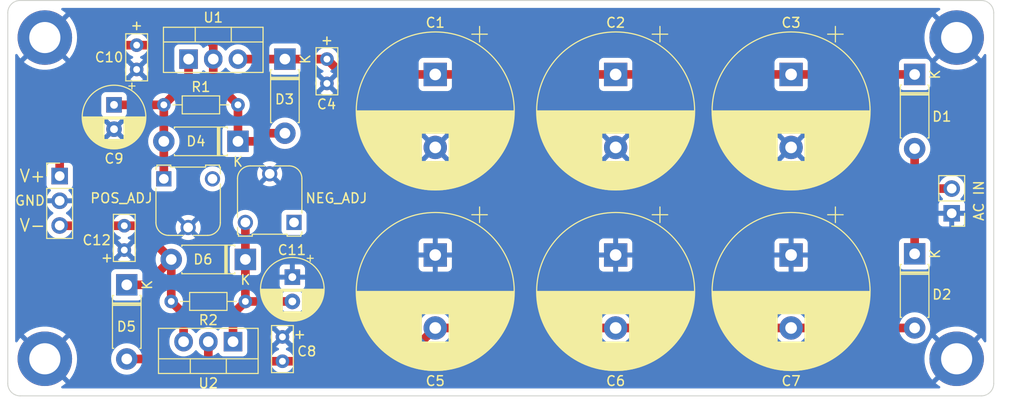
<source format=kicad_pcb>
(kicad_pcb (version 20211014) (generator pcbnew)
  (layers (0 "F.Cu" signal) (31 "B.Cu" signal) (34 "B.Paste" user) (35 "F.Paste" user) (36 "B.SilkS" user "B.Silkscreen") (37 "F.SilkS" user "F.Silkscreen") (38 "B.Mask" user) (39 "F.Mask" user) (44 "Edge.Cuts" user))
  (net 0 "")
  (net 1 "Net-(C1-Pad1)")
  (net 2 "AC2")
  (net 3 "Net-(C5-Pad2)")
  (net 4 "Net-(C9-Pad1)")
  (net 5 "VCC")
  (net 6 "Net-(C11-Pad2)")
  (net 7 "VEE")
  (net 8 "AC1")
  (footprint "Package_TO_SOT_THT:TO-220-3_Vertical" (layer "F.Cu") (at 123.23 86.797)
    (fp_text reference "U1" (at 2.54 -4.27) (layer "F.SilkS"))
    (fp_text value "LM317_TO-220")
    (pad "1" thru_hole rect (at 0 0) (size 1.905 2) (drill 1.1) (layers *.Cu *.Mask) (net 4 "Net-(C9-Pad1)"))
    (pad "2" thru_hole oval (at 2.54 0) (size 1.905 2) (drill 1.1) (layers *.Cu *.Mask) (net 5 "VCC"))
    (pad "3" thru_hole oval (at 5.08 0) (size 1.905 2) (drill 1.1) (layers *.Cu *.Mask) (net 1 "Net-(C1-Pad1)"))
  )
  (footprint "Potentiometer_THT:Potentiometer_Runtron_RM-065_Vertical" (layer "F.Cu") (at 134.072 103.586 180)
    (fp_text reference "RV2" hide)
    (fp_text value "2k")
    (pad "1" thru_hole rect (at 0 0 180) (size 1.56 1.56) (drill 1) (layers *.Cu *.Mask))
    (pad "2" thru_hole circle (at 2.5 5 180) (size 1.56 1.56) (drill 1) (layers *.Cu *.Mask) (net 2 "AC2"))
    (pad "3" thru_hole circle (at 5 0 180) (size 1.56 1.56) (drill 1) (layers *.Cu *.Mask) (net 6 "Net-(C11-Pad2)"))
  )
  (footprint "Capacitor_THT:CP_Radial_D16.0mm_P7.50mm" (layer "F.Cu") (at 167.132 106.934 -90)
    (fp_text reference "C6" (at 12.954 0 180) (layer "F.SilkS"))
    (fp_text value "1000u")
    (pad "1" thru_hole rect (at 0 0 270) (size 2.4 2.4) (drill 1.2) (layers *.Cu *.Mask) (net 2 "AC2"))
    (pad "2" thru_hole circle (at 7.5 0 270) (size 2.4 2.4) (drill 1.2) (layers *.Cu *.Mask) (net 3 "Net-(C5-Pad2)"))
  )
  (footprint "Diode_THT:D_DO-41_SOD81_P7.62mm_Horizontal" (layer "F.Cu") (at 133.136 86.797 -90)
    (fp_text reference "D3" (at 4.135 0.04 180) (layer "F.SilkS"))
    (fp_text value "D_Small")
    (fp_text user "K" (at 0 -2.1 90) (layer "F.SilkS"))
    (pad "1" thru_hole rect (at 0 0 270) (size 2.2 2.2) (drill 1.1) (layers *.Cu *.Mask) (net 1 "Net-(C1-Pad1)"))
    (pad "2" thru_hole oval (at 7.62 0 270) (size 2.2 2.2) (drill 1.1) (layers *.Cu *.Mask) (net 5 "VCC"))
  )
  (footprint "Capacitor_THT:CP_Radial_D16.0mm_P7.50mm" (layer "F.Cu") (at 185.166 88.375246 -90)
    (fp_text reference "C3" (at -5.317246 0 180) (layer "F.SilkS"))
    (fp_text value "1000u")
    (pad "1" thru_hole rect (at 0 0 270) (size 2.4 2.4) (drill 1.2) (layers *.Cu *.Mask) (net 1 "Net-(C1-Pad1)"))
    (pad "2" thru_hole circle (at 7.5 0 270) (size 2.4 2.4) (drill 1.2) (layers *.Cu *.Mask) (net 2 "AC2"))
  )
  (footprint "Capacitor_THT:CP_Radial_D16.0mm_P7.50mm" (layer "F.Cu") (at 148.59 88.375246 -90)
    (fp_text reference "C1" (at -5.317246 0 180) (layer "F.SilkS"))
    (fp_text value "1000u")
    (pad "1" thru_hole rect (at 0 0 270) (size 2.4 2.4) (drill 1.2) (layers *.Cu *.Mask) (net 1 "Net-(C1-Pad1)"))
    (pad "2" thru_hole circle (at 7.5 0 270) (size 2.4 2.4) (drill 1.2) (layers *.Cu *.Mask) (net 2 "AC2"))
  )
  (footprint "Diode_THT:D_DO-41_SOD81_P7.62mm_Horizontal" (layer "F.Cu") (at 129.072 107.39 180)
    (fp_text reference "D6" (at 4.358 0) (layer "F.SilkS"))
    (fp_text value "D_Small")
    (fp_text user "K" (at 0 -2.1) (layer "F.SilkS"))
    (pad "1" thru_hole rect (at 0 0 180) (size 2.2 2.2) (drill 1.1) (layers *.Cu *.Mask) (net 6 "Net-(C11-Pad2)"))
    (pad "2" thru_hole oval (at 7.62 0 180) (size 2.2 2.2) (drill 1.1) (layers *.Cu *.Mask) (net 7 "VEE"))
  )
  (footprint "MountingHole:MountingHole_3.2mm_M3_DIN965_Pad" (layer "F.Cu") (at 202.184 84.582)
    (fp_text reference "H1" hide)
    (fp_text value "MountingHole_Pad")
    (pad "1" thru_hole circle (at 0 0) (size 5.6 5.6) (drill 3.2) (layers *.Cu *.Mask) (net 2 "AC2"))
  )
  (footprint "Resistor_THT:R_Axial_DIN0204_L3.6mm_D1.6mm_P7.62mm_Horizontal" (layer "F.Cu") (at 128.31 91.5 180)
    (fp_text reference "R1" (at 3.81 1.838) (layer "F.SilkS"))
    (fp_text value "240r")
    (pad "1" thru_hole circle (at 0 0 180) (size 1.4 1.4) (drill 0.7) (layers *.Cu *.Mask) (net 5 "VCC"))
    (pad "2" thru_hole oval (at 7.62 0 180) (size 1.4 1.4) (drill 0.7) (layers *.Cu *.Mask) (net 4 "Net-(C9-Pad1)"))
  )
  (footprint "Connector_PinHeader_2.54mm:PinHeader_1x03_P2.54mm_Vertical" (layer "F.Cu") (at 109.982 98.821)
    (fp_text reference "J2" hide)
    (fp_text value "Conn_01x03")
    (pad "1" thru_hole rect (at 0 0) (size 1.7 1.7) (drill 1) (layers *.Cu *.Mask) (net 5 "VCC"))
    (pad "2" thru_hole oval (at 0 2.54) (size 1.7 1.7) (drill 1) (layers *.Cu *.Mask) (net 2 "AC2"))
    (pad "3" thru_hole oval (at 0 5.08) (size 1.7 1.7) (drill 1) (layers *.Cu *.Mask) (net 7 "VEE"))
  )
  (footprint "MountingHole:MountingHole_3.2mm_M3_DIN965_Pad" (layer "F.Cu") (at 108.458 84.582)
    (fp_text reference "H4" hide)
    (fp_text value "MountingHole_Pad")
    (pad "1" thru_hole circle (at 0 0) (size 5.6 5.6) (drill 3.2) (layers *.Cu *.Mask) (net 2 "AC2"))
  )
  (footprint "MountingHole:MountingHole_3.2mm_M3_DIN965_Pad" (layer "F.Cu") (at 108.458 117.602)
    (fp_text reference "H3" hide)
    (fp_text value "MountingHole_Pad")
    (pad "1" thru_hole circle (at 0 0) (size 5.6 5.6) (drill 3.2) (layers *.Cu *.Mask) (net 2 "AC2"))
  )
  (footprint "Diode_THT:D_DO-41_SOD81_P7.62mm_Horizontal" (layer "F.Cu") (at 197.866 106.814 -90)
    (fp_text reference "D2" (at 4.184 -2.794 180) (layer "F.SilkS"))
    (fp_text value "D_Small")
    (fp_text user "K" (at 0 -2.1 90) (layer "F.SilkS"))
    (pad "1" thru_hole rect (at 0 0 270) (size 2.2 2.2) (drill 1.1) (layers *.Cu *.Mask) (net 8 "AC1"))
    (pad "2" thru_hole oval (at 7.62 0 270) (size 2.2 2.2) (drill 1.1) (layers *.Cu *.Mask) (net 3 "Net-(C5-Pad2)"))
  )
  (footprint "Capacitor_THT:CP_Radial_D16.0mm_P7.50mm" (layer "F.Cu") (at 148.59 106.934 -90)
    (fp_text reference "C5" (at 12.954 0 180) (layer "F.SilkS"))
    (fp_text value "1000u")
    (pad "1" thru_hole rect (at 0 0 270) (size 2.4 2.4) (drill 1.2) (layers *.Cu *.Mask) (net 2 "AC2"))
    (pad "2" thru_hole circle (at 7.5 0 270) (size 2.4 2.4) (drill 1.2) (layers *.Cu *.Mask) (net 3 "Net-(C5-Pad2)"))
  )
  (footprint "Capacitor_THT:C_Rect_L4.6mm_W2.0mm_P2.50mm_MKS02_FKP02" (layer "F.Cu") (at 117.896 85.364 -90)
    (fp_text reference "C10" (at 1.25 2.834 180) (layer "F.SilkS"))
    (fp_text value "1u")
    (pad "1" thru_hole circle (at 0 0 270) (size 1.4 1.4) (drill 0.7) (layers *.Cu *.Mask) (net 5 "VCC"))
    (pad "2" thru_hole circle (at 2.5 0 270) (size 1.4 1.4) (drill 0.7) (layers *.Cu *.Mask) (net 2 "AC2"))
  )
  (footprint "Capacitor_THT:CP_Radial_D16.0mm_P7.50mm" (layer "F.Cu") (at 185.166 106.934 -90)
    (fp_text reference "C7" (at 12.954 0 180) (layer "F.SilkS"))
    (fp_text value "1000u")
    (pad "1" thru_hole rect (at 0 0 270) (size 2.4 2.4) (drill 1.2) (layers *.Cu *.Mask) (net 2 "AC2"))
    (pad "2" thru_hole circle (at 7.5 0 270) (size 2.4 2.4) (drill 1.2) (layers *.Cu *.Mask) (net 3 "Net-(C5-Pad2)"))
  )
  (footprint "Capacitor_THT:CP_Radial_D6.3mm_P2.50mm" (layer "F.Cu") (at 133.898 109.208 -90)
    (fp_text reference "C11" (at -2.782 0.04 180) (layer "F.SilkS"))
    (fp_text value "10u")
    (pad "1" thru_hole rect (at 0 0 270) (size 1.6 1.6) (drill 0.8) (layers *.Cu *.Mask) (net 2 "AC2"))
    (pad "2" thru_hole circle (at 2.5 0 270) (size 1.6 1.6) (drill 0.8) (layers *.Cu *.Mask) (net 6 "Net-(C11-Pad2)"))
  )
  (footprint "Capacitor_THT:CP_Radial_D6.3mm_P2.50mm" (layer "F.Cu") (at 115.57 91.5 -90)
    (fp_text reference "C9" (at 5.528 0) (layer "F.SilkS"))
    (fp_text value "10u")
    (pad "1" thru_hole rect (at 0 0 270) (size 1.6 1.6) (drill 0.8) (layers *.Cu *.Mask) (net 4 "Net-(C9-Pad1)"))
    (pad "2" thru_hole circle (at 2.5 0 270) (size 1.6 1.6) (drill 0.8) (layers *.Cu *.Mask) (net 2 "AC2"))
  )
  (footprint "MountingHole:MountingHole_3.2mm_M3_DIN965_Pad" (layer "F.Cu") (at 202.184 117.602)
    (fp_text reference "H2" hide)
    (fp_text value "MountingHole_Pad")
    (pad "1" thru_hole circle (at 0 0) (size 5.6 5.6) (drill 3.2) (layers *.Cu *.Mask) (net 2 "AC2"))
  )
  (footprint "Diode_THT:D_DO-41_SOD81_P7.62mm_Horizontal" (layer "F.Cu") (at 116.88 110.001 -90)
    (fp_text reference "D5" (at 4.299 0.04) (layer "F.SilkS"))
    (fp_text value "D_Small")
    (fp_text user "K" (at 0 -2.1 90) (layer "F.SilkS"))
    (pad "1" thru_hole rect (at 0 0 270) (size 2.2 2.2) (drill 1.1) (layers *.Cu *.Mask) (net 7 "VEE"))
    (pad "2" thru_hole oval (at 7.62 0 270) (size 2.2 2.2) (drill 1.1) (layers *.Cu *.Mask) (net 3 "Net-(C5-Pad2)"))
  )
  (footprint "Package_TO_SOT_THT:TO-220-3_Vertical" (layer "F.Cu") (at 127.802 115.843 180)
    (fp_text reference "U2" (at 2.54 -4.27) (layer "F.SilkS"))
    (fp_text value "LM337_TO220")
    (pad "1" thru_hole rect (at 0 0 180) (size 1.905 2) (drill 1.1) (layers *.Cu *.Mask) (net 6 "Net-(C11-Pad2)"))
    (pad "2" thru_hole oval (at 2.54 0 180) (size 1.905 2) (drill 1.1) (layers *.Cu *.Mask) (net 3 "Net-(C5-Pad2)"))
    (pad "3" thru_hole oval (at 5.08 0 180) (size 1.905 2) (drill 1.1) (layers *.Cu *.Mask) (net 7 "VEE"))
  )
  (footprint "Capacitor_THT:CP_Radial_D16.0mm_P7.50mm" (layer "F.Cu") (at 167.132 88.375246 -90)
    (fp_text reference "C2" (at -5.317246 0 180) (layer "F.SilkS"))
    (fp_text value "1000u")
    (pad "1" thru_hole rect (at 0 0 270) (size 2.4 2.4) (drill 1.2) (layers *.Cu *.Mask) (net 1 "Net-(C1-Pad1)"))
    (pad "2" thru_hole circle (at 7.5 0 270) (size 2.4 2.4) (drill 1.2) (layers *.Cu *.Mask) (net 2 "AC2"))
  )
  (footprint "Connector_PinHeader_2.54mm:PinHeader_1x02_P2.54mm_Vertical" (layer "F.Cu") (at 201.676 102.646 180)
    (fp_text reference "J1" hide)
    (fp_text value "Conn_01x02")
    (pad "1" thru_hole rect (at 0 0 180) (size 1.7 1.7) (drill 1) (layers *.Cu *.Mask) (net 2 "AC2"))
    (pad "2" thru_hole oval (at 0 2.54 180) (size 1.7 1.7) (drill 1) (layers *.Cu *.Mask) (net 8 "AC1"))
  )
  (footprint "Capacitor_THT:C_Rect_L4.6mm_W2.0mm_P2.50mm_MKS02_FKP02" (layer "F.Cu") (at 132.882 115.355 -90)
    (fp_text reference "C8" (at 1.485 -2.5 180) (layer "F.SilkS"))
    (fp_text value "1u")
    (pad "1" thru_hole circle (at 0 0 270) (size 1.4 1.4) (drill 0.7) (layers *.Cu *.Mask) (net 2 "AC2"))
    (pad "2" thru_hole circle (at 2.5 0 270) (size 1.4 1.4) (drill 0.7) (layers *.Cu *.Mask) (net 3 "Net-(C5-Pad2)"))
  )
  (footprint "Capacitor_THT:C_Rect_L4.6mm_W2.0mm_P2.50mm_MKS02_FKP02" (layer "F.Cu") (at 137.454 86.797 -90)
    (fp_text reference "C4" (at 4.643 0.04 180) (layer "F.SilkS"))
    (fp_text value "1u")
    (pad "1" thru_hole circle (at 0 0 270) (size 1.4 1.4) (drill 0.7) (layers *.Cu *.Mask) (net 1 "Net-(C1-Pad1)"))
    (pad "2" thru_hole circle (at 2.5 0 270) (size 1.4 1.4) (drill 0.7) (layers *.Cu *.Mask) (net 2 "AC2"))
  )
  (footprint "Diode_THT:D_DO-41_SOD81_P7.62mm_Horizontal" (layer "F.Cu") (at 128.31 95.25 180)
    (fp_text reference "D4" (at 4.318 0) (layer "F.SilkS"))
    (fp_text value "D_Small")
    (fp_text user "K" (at 0 -2.1) (layer "F.SilkS"))
    (pad "1" thru_hole rect (at 0 0 180) (size 2.2 2.2) (drill 1.1) (layers *.Cu *.Mask) (net 5 "VCC"))
    (pad "2" thru_hole oval (at 7.62 0 180) (size 2.2 2.2) (drill 1.1) (layers *.Cu *.Mask) (net 4 "Net-(C9-Pad1)"))
  )
  (footprint "Resistor_THT:R_Axial_DIN0204_L3.6mm_D1.6mm_P7.62mm_Horizontal" (layer "F.Cu") (at 129.072 111.708 180)
    (fp_text reference "R2" (at 3.81 -1.92) (layer "F.SilkS"))
    (fp_text value "240r")
    (pad "1" thru_hole circle (at 0 0 180) (size 1.4 1.4) (drill 0.7) (layers *.Cu *.Mask) (net 6 "Net-(C11-Pad2)"))
    (pad "2" thru_hole oval (at 7.62 0 180) (size 1.4 1.4) (drill 0.7) (layers *.Cu *.Mask) (net 7 "VEE"))
  )
  (footprint "Potentiometer_THT:Potentiometer_Runtron_RM-065_Vertical" (layer "F.Cu") (at 120.69 99.106)
    (fp_text reference "RV1" hide)
    (fp_text value "2k")
    (pad "1" thru_hole rect (at 0 0) (size 1.56 1.56) (drill 1) (layers *.Cu *.Mask) (net 4 "Net-(C9-Pad1)"))
    (pad "2" thru_hole circle (at 2.5 5) (size 1.56 1.56) (drill 1) (layers *.Cu *.Mask) (net 2 "AC2"))
    (pad "3" thru_hole circle (at 5 0) (size 1.56 1.56) (drill 1) (layers *.Cu *.Mask))
  )
  (footprint "Diode_THT:D_DO-41_SOD81_P7.62mm_Horizontal" (layer "F.Cu") (at 197.866 88.375246 -90)
    (fp_text reference "D1" (at 4.334754 -2.794 180) (layer "F.SilkS"))
    (fp_text value "D_Small")
    (fp_text user "K" (at 0 -2.1 90) (layer "F.SilkS"))
    (pad "1" thru_hole rect (at 0 0 270) (size 2.2 2.2) (drill 1.1) (layers *.Cu *.Mask) (net 1 "Net-(C1-Pad1)"))
    (pad "2" thru_hole oval (at 7.62 0 270) (size 2.2 2.2) (drill 1.1) (layers *.Cu *.Mask) (net 8 "AC1"))
  )
  (footprint "Capacitor_THT:C_Rect_L4.6mm_W2.0mm_P2.50mm_MKS02_FKP02" (layer "F.Cu") (at 116.626 106.426 90)
    (fp_text reference "C12" (at 1.016 -2.834 180) (layer "F.SilkS"))
    (fp_text value "1u")
    (pad "1" thru_hole circle (at 0 0 90) (size 1.4 1.4) (drill 0.7) (layers *.Cu *.Mask) (net 2 "AC2"))
    (pad "2" thru_hole circle (at 2.5 0 90) (size 1.4 1.4) (drill 0.7) (layers *.Cu *.Mask) (net 7 "VEE"))
  )
  (gr_arc (start 205.994 120.142) (mid 205.622026 121.040026) (end 204.724 121.412) (layer "Edge.Cuts") (width 0.1))
  (gr_arc (start 204.724 80.772) (mid 205.622026 81.143974) (end 205.994 82.042) (layer "Edge.Cuts") (width 0.1))
  (gr_arc (start 105.918 121.412) (mid 105.019974 121.040026) (end 104.648 120.142) (layer "Edge.Cuts") (width 0.1))
  (gr_line (start 105.918 80.772) (end 204.724 80.772) (layer "Edge.Cuts") (width 0.1))
  (gr_arc (start 104.648 82.042) (mid 105.019974 81.143974) (end 105.918 80.772) (layer "Edge.Cuts") (width 0.1))
  (gr_line (start 104.648 120.142) (end 104.648 82.042) (layer "Edge.Cuts") (width 0.1))
  (gr_line (start 205.994 82.042) (end 205.994 120.142) (layer "Edge.Cuts") (width 0.1))
  (gr_line (start 204.724 121.412) (end 105.918 121.412) (layer "Edge.Cuts") (width 0.1))
  (gr_text "AC IN" (at 204.47 101.346 90) (layer "F.SilkS") (effects (font (size 1 1))))
  (gr_text "+" (at 137.454 84.836) (layer "F.SilkS") (effects (font (size 1 1))))
  (gr_text "GND" (at 106.934 101.346) (layer "F.SilkS") (effects (font (size 1 1))))
  (gr_text "+" (at 114.848 107.188) (layer "F.SilkS") (effects (font (size 1 1))))
  (gr_text "+" (at 117.896 83.312) (layer "F.SilkS") (effects (font (size 1 1))))
  (gr_text "V-" (at 107.188 103.886) (layer "F.SilkS") (effects (font (size 1.27 1.27))))
  (gr_text "NEG_ADJ" (at 138.43 101.092) (layer "F.SilkS") (effects (font (size 1 1))))
  (gr_text "+" (at 134.66 115.062) (layer "F.SilkS") (effects (font (size 1 1))))
  (gr_text "V+" (at 107.188 98.806) (layer "F.SilkS") (effects (font (size 1.27 1.27))))
  (gr_text "POS_ADJ" (at 116.332 101.092) (layer "F.SilkS") (effects (font (size 1 1))))
  (segment (start 167.132 88.375246) (end 148.59 88.375246) (width 0.889) (layer "F.Cu") (net 1))
  (segment (start 139.032246 88.375246) (end 137.454 86.797) (width 0.889) (layer "F.Cu") (net 1))
  (segment (start 185.166 88.375246) (end 167.132 88.375246) (width 0.889) (layer "F.Cu") (net 1))
  (segment (start 137.454 86.797) (end 133.136 86.797) (width 0.889) (layer "F.Cu") (net 1))
  (segment (start 148.59 88.375246) (end 139.032246 88.375246) (width 0.889) (layer "F.Cu") (net 1))
  (segment (start 133.136 86.797) (end 128.31 86.797) (width 0.889) (layer "F.Cu") (net 1))
  (segment (start 197.866 88.375246) (end 185.166 88.375246) (width 0.889) (layer "F.Cu") (net 1))
  (segment (start 145.169 117.855) (end 148.59 114.434) (width 0.889) (layer "F.Cu") (net 3))
  (segment (start 116.88 117.621) (end 119.928 117.621) (width 0.889) (layer "F.Cu") (net 3))
  (segment (start 197.866 114.434) (end 185.166 114.434) (width 0.889) (layer "F.Cu") (net 3))
  (segment (start 120.182 117.875) (end 126.532 117.875) (width 0.889) (layer "F.Cu") (net 3))
  (segment (start 132.882 117.855) (end 126.552 117.855) (width 0.889) (layer "F.Cu") (net 3))
  (segment (start 125.48 117.855) (end 125.262 117.637) (width 0.889) (layer "F.Cu") (net 3))
  (segment (start 126.552 117.855) (end 125.48 117.855) (width 0.889) (layer "F.Cu") (net 3))
  (segment (start 126.532 117.875) (end 126.552 117.855) (width 0.889) (layer "F.Cu") (net 3))
  (segment (start 145.169 117.855) (end 132.882 117.855) (width 0.889) (layer "F.Cu") (net 3))
  (segment (start 125.262 117.637) (end 125.262 115.843) (width 0.889) (layer "F.Cu") (net 3))
  (segment (start 185.166 114.434) (end 167.132 114.434) (width 0.889) (layer "F.Cu") (net 3))
  (segment (start 119.928 117.621) (end 120.182 117.875) (width 0.889) (layer "F.Cu") (net 3))
  (segment (start 167.132 114.434) (end 148.59 114.434) (width 0.889) (layer "F.Cu") (net 3))
  (segment (start 123.23 86.797) (end 123.23 88.96) (width 0.889) (layer "F.Cu") (net 4))
  (segment (start 115.57 91.5) (end 120.69 91.5) (width 0.889) (layer "F.Cu") (net 4))
  (segment (start 120.69 91.5) (end 120.69 95.25) (width 0.889) (layer "F.Cu") (net 4))
  (segment (start 123.23 88.96) (end 120.69 91.5) (width 0.889) (layer "F.Cu") (net 4))
  (segment (start 120.69 95.25) (end 120.69 99.106) (width 0.889) (layer "F.Cu") (net 4))
  (segment (start 125.77 88.96) (end 128.31 91.5) (width 0.889) (layer "F.Cu") (net 5))
  (segment (start 109.982 91.948) (end 109.982 98.821) (width 0.889) (layer "F.Cu") (net 5))
  (segment (start 130.921 94.417) (end 133.136 94.417) (width 0.889) (layer "F.Cu") (net 5))
  (segment (start 128.31 95.25) (end 130.088 95.25) (width 0.889) (layer "F.Cu") (net 5))
  (segment (start 121.158 84.328) (end 124.754 84.328) (width 0.889) (layer "F.Cu") (net 5))
  (segment (start 116.566 85.364) (end 109.982 91.948) (width 0.889) (layer "F.Cu") (net 5))
  (segment (start 125.77 86.797) (end 125.77 88.96) (width 0.889) (layer "F.Cu") (net 5))
  (segment (start 128.31 91.5) (end 128.31 95.25) (width 0.889) (layer "F.Cu") (net 5))
  (segment (start 125.77 85.344) (end 125.77 86.797) (width 0.889) (layer "F.Cu") (net 5))
  (segment (start 117.896 85.364) (end 120.122 85.364) (width 0.889) (layer "F.Cu") (net 5))
  (segment (start 120.122 85.364) (end 121.158 84.328) (width 0.889) (layer "F.Cu") (net 5))
  (segment (start 130.088 95.25) (end 130.921 94.417) (width 0.889) (layer "F.Cu") (net 5))
  (segment (start 117.896 85.364) (end 116.566 85.364) (width 0.889) (layer "F.Cu") (net 5))
  (segment (start 124.754 84.328) (end 125.77 85.344) (width 0.889) (layer "F.Cu") (net 5))
  (segment (start 127.802 112.978) (end 129.072 111.708) (width 0.889) (layer "F.Cu") (net 6))
  (segment (start 127.802 115.843) (end 127.802 112.978) (width 0.889) (layer "F.Cu") (net 6))
  (segment (start 129.072 111.708) (end 133.898 111.708) (width 0.889) (layer "F.Cu") (net 6))
  (segment (start 129.072 107.39) (end 129.072 103.586) (width 0.889) (layer "F.Cu") (net 6))
  (segment (start 129.072 111.708) (end 129.072 107.39) (width 0.889) (layer "F.Cu") (net 6))
  (segment (start 121.452 111.708) (end 121.452 107.39) (width 0.889) (layer "F.Cu") (net 7))
  (segment (start 117.988 103.926) (end 121.452 107.39) (width 0.889) (layer "F.Cu") (net 7))
  (segment (start 116.626 103.926) (end 117.988 103.926) (width 0.889) (layer "F.Cu") (net 7))
  (segment (start 116.88 110.001) (end 118.841 110.001) (width 0.889) (layer "F.Cu") (net 7))
  (segment (start 110.007 103.926) (end 109.982 103.901) (width 0.889) (layer "F.Cu") (net 7))
  (segment (start 116.626 103.926) (end 110.007 103.926) (width 0.889) (layer "F.Cu") (net 7))
  (segment (start 122.722 112.978) (end 121.452 111.708) (width 0.889) (layer "F.Cu") (net 7))
  (segment (start 118.841 110.001) (end 121.452 107.39) (width 0.889) (layer "F.Cu") (net 7))
  (segment (start 122.722 115.843) (end 122.722 112.978) (width 0.889) (layer "F.Cu") (net 7))
  (segment (start 197.866 101.152) (end 198.912 100.106) (width 0.889) (layer "F.Cu") (net 8))
  (segment (start 197.866 99.06) (end 198.912 100.106) (width 0.889) (layer "F.Cu") (net 8))
  (segment (start 197.866 95.995246) (end 197.866 99.06) (width 0.889) (layer "F.Cu") (net 8))
  (segment (start 198.912 100.106) (end 201.676 100.106) (width 0.889) (layer "F.Cu") (net 8))
  (segment (start 197.866 106.814) (end 197.866 101.152) (width 0.889) (layer "F.Cu") (net 8))
  (zone (net 2) (net_name "AC2") (layer "B.Cu") (connect_pads (clearance 0.508)) (min_thickness 0.254) (fill yes (thermal_gap 0.508) (thermal_bridge_width 0.508))
    (polygon (pts (xy 205.232 117.602) (xy 202.184 120.65) (xy 108.458 120.65) (xy 105.41 117.602) (xy 105.41 84.582) (xy 108.458 81.534) (xy 202.184 81.534) (xy 205.232 84.582)))
  )
)
</source>
